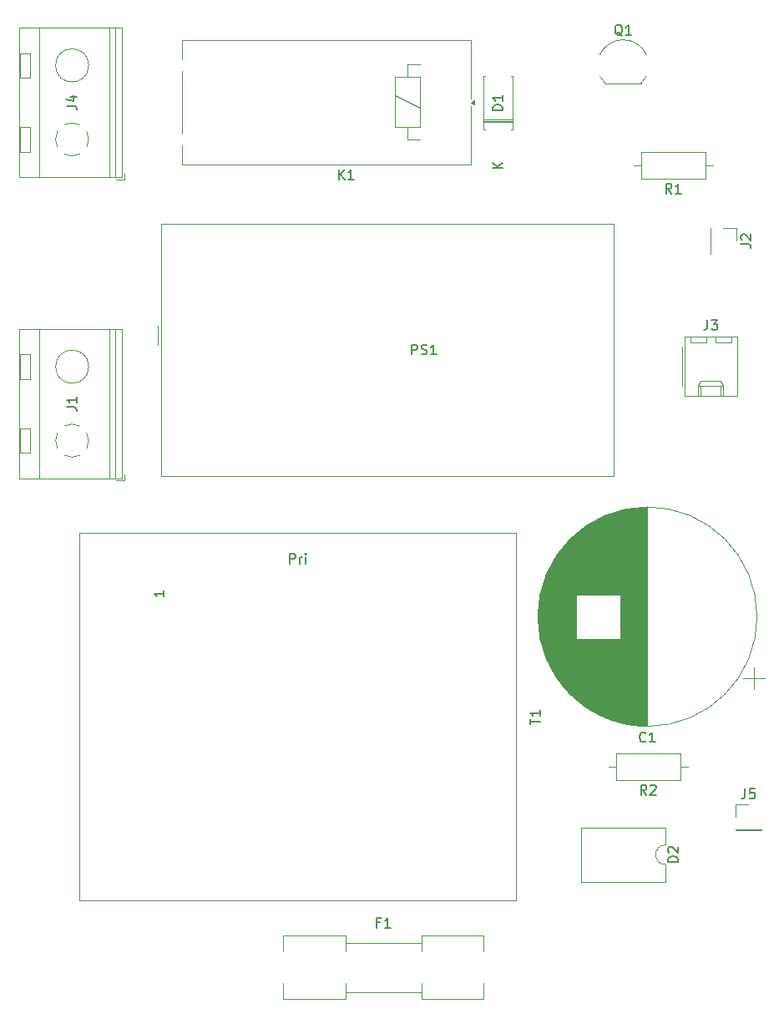
<source format=gbr>
%TF.GenerationSoftware,KiCad,Pcbnew,8.0.6*%
%TF.CreationDate,2025-01-21T14:29:15+01:00*%
%TF.ProjectId,Stromversorgung,5374726f-6d76-4657-9273-6f7267756e67,rev?*%
%TF.SameCoordinates,Original*%
%TF.FileFunction,Legend,Top*%
%TF.FilePolarity,Positive*%
%FSLAX46Y46*%
G04 Gerber Fmt 4.6, Leading zero omitted, Abs format (unit mm)*
G04 Created by KiCad (PCBNEW 8.0.6) date 2025-01-21 14:29:15*
%MOMM*%
%LPD*%
G01*
G04 APERTURE LIST*
%ADD10C,0.150000*%
%ADD11C,0.120000*%
G04 APERTURE END LIST*
D10*
X120104819Y-109981904D02*
X120104819Y-109410476D01*
X121104819Y-109696190D02*
X120104819Y-109696190D01*
X121104819Y-108553333D02*
X121104819Y-109124761D01*
X121104819Y-108839047D02*
X120104819Y-108839047D01*
X120104819Y-108839047D02*
X120247676Y-108934285D01*
X120247676Y-108934285D02*
X120342914Y-109029523D01*
X120342914Y-109029523D02*
X120390533Y-109124761D01*
X95710476Y-93674819D02*
X95710476Y-92674819D01*
X95710476Y-92674819D02*
X96091428Y-92674819D01*
X96091428Y-92674819D02*
X96186666Y-92722438D01*
X96186666Y-92722438D02*
X96234285Y-92770057D01*
X96234285Y-92770057D02*
X96281904Y-92865295D01*
X96281904Y-92865295D02*
X96281904Y-93008152D01*
X96281904Y-93008152D02*
X96234285Y-93103390D01*
X96234285Y-93103390D02*
X96186666Y-93151009D01*
X96186666Y-93151009D02*
X96091428Y-93198628D01*
X96091428Y-93198628D02*
X95710476Y-93198628D01*
X96710476Y-93674819D02*
X96710476Y-93008152D01*
X96710476Y-93198628D02*
X96758095Y-93103390D01*
X96758095Y-93103390D02*
X96805714Y-93055771D01*
X96805714Y-93055771D02*
X96900952Y-93008152D01*
X96900952Y-93008152D02*
X96996190Y-93008152D01*
X97329524Y-93674819D02*
X97329524Y-93008152D01*
X97329524Y-92674819D02*
X97281905Y-92722438D01*
X97281905Y-92722438D02*
X97329524Y-92770057D01*
X97329524Y-92770057D02*
X97377143Y-92722438D01*
X97377143Y-92722438D02*
X97329524Y-92674819D01*
X97329524Y-92674819D02*
X97329524Y-92770057D01*
X82974819Y-96434285D02*
X82974819Y-97005713D01*
X82974819Y-96719999D02*
X81974819Y-96719999D01*
X81974819Y-96719999D02*
X82117676Y-96815237D01*
X82117676Y-96815237D02*
X82212914Y-96910475D01*
X82212914Y-96910475D02*
X82260533Y-97005713D01*
X104906666Y-130051009D02*
X104573333Y-130051009D01*
X104573333Y-130574819D02*
X104573333Y-129574819D01*
X104573333Y-129574819D02*
X105049523Y-129574819D01*
X105954285Y-130574819D02*
X105382857Y-130574819D01*
X105668571Y-130574819D02*
X105668571Y-129574819D01*
X105668571Y-129574819D02*
X105573333Y-129717676D01*
X105573333Y-129717676D02*
X105478095Y-129812914D01*
X105478095Y-129812914D02*
X105382857Y-129860533D01*
X138096666Y-68994819D02*
X138096666Y-69709104D01*
X138096666Y-69709104D02*
X138049047Y-69851961D01*
X138049047Y-69851961D02*
X137953809Y-69947200D01*
X137953809Y-69947200D02*
X137810952Y-69994819D01*
X137810952Y-69994819D02*
X137715714Y-69994819D01*
X138477619Y-68994819D02*
X139096666Y-68994819D01*
X139096666Y-68994819D02*
X138763333Y-69375771D01*
X138763333Y-69375771D02*
X138906190Y-69375771D01*
X138906190Y-69375771D02*
X139001428Y-69423390D01*
X139001428Y-69423390D02*
X139049047Y-69471009D01*
X139049047Y-69471009D02*
X139096666Y-69566247D01*
X139096666Y-69566247D02*
X139096666Y-69804342D01*
X139096666Y-69804342D02*
X139049047Y-69899580D01*
X139049047Y-69899580D02*
X139001428Y-69947200D01*
X139001428Y-69947200D02*
X138906190Y-69994819D01*
X138906190Y-69994819D02*
X138620476Y-69994819D01*
X138620476Y-69994819D02*
X138525238Y-69947200D01*
X138525238Y-69947200D02*
X138477619Y-69899580D01*
X141484819Y-61293333D02*
X142199104Y-61293333D01*
X142199104Y-61293333D02*
X142341961Y-61340952D01*
X142341961Y-61340952D02*
X142437200Y-61436190D01*
X142437200Y-61436190D02*
X142484819Y-61579047D01*
X142484819Y-61579047D02*
X142484819Y-61674285D01*
X141580057Y-60864761D02*
X141532438Y-60817142D01*
X141532438Y-60817142D02*
X141484819Y-60721904D01*
X141484819Y-60721904D02*
X141484819Y-60483809D01*
X141484819Y-60483809D02*
X141532438Y-60388571D01*
X141532438Y-60388571D02*
X141580057Y-60340952D01*
X141580057Y-60340952D02*
X141675295Y-60293333D01*
X141675295Y-60293333D02*
X141770533Y-60293333D01*
X141770533Y-60293333D02*
X141913390Y-60340952D01*
X141913390Y-60340952D02*
X142484819Y-60912380D01*
X142484819Y-60912380D02*
X142484819Y-60293333D01*
X131913333Y-117124819D02*
X131580000Y-116648628D01*
X131341905Y-117124819D02*
X131341905Y-116124819D01*
X131341905Y-116124819D02*
X131722857Y-116124819D01*
X131722857Y-116124819D02*
X131818095Y-116172438D01*
X131818095Y-116172438D02*
X131865714Y-116220057D01*
X131865714Y-116220057D02*
X131913333Y-116315295D01*
X131913333Y-116315295D02*
X131913333Y-116458152D01*
X131913333Y-116458152D02*
X131865714Y-116553390D01*
X131865714Y-116553390D02*
X131818095Y-116601009D01*
X131818095Y-116601009D02*
X131722857Y-116648628D01*
X131722857Y-116648628D02*
X131341905Y-116648628D01*
X132294286Y-116220057D02*
X132341905Y-116172438D01*
X132341905Y-116172438D02*
X132437143Y-116124819D01*
X132437143Y-116124819D02*
X132675238Y-116124819D01*
X132675238Y-116124819D02*
X132770476Y-116172438D01*
X132770476Y-116172438D02*
X132818095Y-116220057D01*
X132818095Y-116220057D02*
X132865714Y-116315295D01*
X132865714Y-116315295D02*
X132865714Y-116410533D01*
X132865714Y-116410533D02*
X132818095Y-116553390D01*
X132818095Y-116553390D02*
X132246667Y-117124819D01*
X132246667Y-117124819D02*
X132865714Y-117124819D01*
X135094819Y-123918094D02*
X134094819Y-123918094D01*
X134094819Y-123918094D02*
X134094819Y-123679999D01*
X134094819Y-123679999D02*
X134142438Y-123537142D01*
X134142438Y-123537142D02*
X134237676Y-123441904D01*
X134237676Y-123441904D02*
X134332914Y-123394285D01*
X134332914Y-123394285D02*
X134523390Y-123346666D01*
X134523390Y-123346666D02*
X134666247Y-123346666D01*
X134666247Y-123346666D02*
X134856723Y-123394285D01*
X134856723Y-123394285D02*
X134951961Y-123441904D01*
X134951961Y-123441904D02*
X135047200Y-123537142D01*
X135047200Y-123537142D02*
X135094819Y-123679999D01*
X135094819Y-123679999D02*
X135094819Y-123918094D01*
X134190057Y-122965713D02*
X134142438Y-122918094D01*
X134142438Y-122918094D02*
X134094819Y-122822856D01*
X134094819Y-122822856D02*
X134094819Y-122584761D01*
X134094819Y-122584761D02*
X134142438Y-122489523D01*
X134142438Y-122489523D02*
X134190057Y-122441904D01*
X134190057Y-122441904D02*
X134285295Y-122394285D01*
X134285295Y-122394285D02*
X134380533Y-122394285D01*
X134380533Y-122394285D02*
X134523390Y-122441904D01*
X134523390Y-122441904D02*
X135094819Y-123013332D01*
X135094819Y-123013332D02*
X135094819Y-122394285D01*
X129444761Y-40170057D02*
X129349523Y-40122438D01*
X129349523Y-40122438D02*
X129254285Y-40027200D01*
X129254285Y-40027200D02*
X129111428Y-39884342D01*
X129111428Y-39884342D02*
X129016190Y-39836723D01*
X129016190Y-39836723D02*
X128920952Y-39836723D01*
X128968571Y-40074819D02*
X128873333Y-40027200D01*
X128873333Y-40027200D02*
X128778095Y-39931961D01*
X128778095Y-39931961D02*
X128730476Y-39741485D01*
X128730476Y-39741485D02*
X128730476Y-39408152D01*
X128730476Y-39408152D02*
X128778095Y-39217676D01*
X128778095Y-39217676D02*
X128873333Y-39122438D01*
X128873333Y-39122438D02*
X128968571Y-39074819D01*
X128968571Y-39074819D02*
X129159047Y-39074819D01*
X129159047Y-39074819D02*
X129254285Y-39122438D01*
X129254285Y-39122438D02*
X129349523Y-39217676D01*
X129349523Y-39217676D02*
X129397142Y-39408152D01*
X129397142Y-39408152D02*
X129397142Y-39741485D01*
X129397142Y-39741485D02*
X129349523Y-39931961D01*
X129349523Y-39931961D02*
X129254285Y-40027200D01*
X129254285Y-40027200D02*
X129159047Y-40074819D01*
X129159047Y-40074819D02*
X128968571Y-40074819D01*
X130349523Y-40074819D02*
X129778095Y-40074819D01*
X130063809Y-40074819D02*
X130063809Y-39074819D01*
X130063809Y-39074819D02*
X129968571Y-39217676D01*
X129968571Y-39217676D02*
X129873333Y-39312914D01*
X129873333Y-39312914D02*
X129778095Y-39360533D01*
X73114819Y-47263333D02*
X73829104Y-47263333D01*
X73829104Y-47263333D02*
X73971961Y-47310952D01*
X73971961Y-47310952D02*
X74067200Y-47406190D01*
X74067200Y-47406190D02*
X74114819Y-47549047D01*
X74114819Y-47549047D02*
X74114819Y-47644285D01*
X73448152Y-46358571D02*
X74114819Y-46358571D01*
X73067200Y-46596666D02*
X73781485Y-46834761D01*
X73781485Y-46834761D02*
X73781485Y-46215714D01*
X141906666Y-116504819D02*
X141906666Y-117219104D01*
X141906666Y-117219104D02*
X141859047Y-117361961D01*
X141859047Y-117361961D02*
X141763809Y-117457200D01*
X141763809Y-117457200D02*
X141620952Y-117504819D01*
X141620952Y-117504819D02*
X141525714Y-117504819D01*
X142859047Y-116504819D02*
X142382857Y-116504819D01*
X142382857Y-116504819D02*
X142335238Y-116981009D01*
X142335238Y-116981009D02*
X142382857Y-116933390D01*
X142382857Y-116933390D02*
X142478095Y-116885771D01*
X142478095Y-116885771D02*
X142716190Y-116885771D01*
X142716190Y-116885771D02*
X142811428Y-116933390D01*
X142811428Y-116933390D02*
X142859047Y-116981009D01*
X142859047Y-116981009D02*
X142906666Y-117076247D01*
X142906666Y-117076247D02*
X142906666Y-117314342D01*
X142906666Y-117314342D02*
X142859047Y-117409580D01*
X142859047Y-117409580D02*
X142811428Y-117457200D01*
X142811428Y-117457200D02*
X142716190Y-117504819D01*
X142716190Y-117504819D02*
X142478095Y-117504819D01*
X142478095Y-117504819D02*
X142382857Y-117457200D01*
X142382857Y-117457200D02*
X142335238Y-117409580D01*
X73114819Y-77803333D02*
X73829104Y-77803333D01*
X73829104Y-77803333D02*
X73971961Y-77850952D01*
X73971961Y-77850952D02*
X74067200Y-77946190D01*
X74067200Y-77946190D02*
X74114819Y-78089047D01*
X74114819Y-78089047D02*
X74114819Y-78184285D01*
X74114819Y-76803333D02*
X74114819Y-77374761D01*
X74114819Y-77089047D02*
X73114819Y-77089047D01*
X73114819Y-77089047D02*
X73257676Y-77184285D01*
X73257676Y-77184285D02*
X73352914Y-77279523D01*
X73352914Y-77279523D02*
X73400533Y-77374761D01*
X134453333Y-56164819D02*
X134120000Y-55688628D01*
X133881905Y-56164819D02*
X133881905Y-55164819D01*
X133881905Y-55164819D02*
X134262857Y-55164819D01*
X134262857Y-55164819D02*
X134358095Y-55212438D01*
X134358095Y-55212438D02*
X134405714Y-55260057D01*
X134405714Y-55260057D02*
X134453333Y-55355295D01*
X134453333Y-55355295D02*
X134453333Y-55498152D01*
X134453333Y-55498152D02*
X134405714Y-55593390D01*
X134405714Y-55593390D02*
X134358095Y-55641009D01*
X134358095Y-55641009D02*
X134262857Y-55688628D01*
X134262857Y-55688628D02*
X133881905Y-55688628D01*
X135405714Y-56164819D02*
X134834286Y-56164819D01*
X135120000Y-56164819D02*
X135120000Y-55164819D01*
X135120000Y-55164819D02*
X135024762Y-55307676D01*
X135024762Y-55307676D02*
X134929524Y-55402914D01*
X134929524Y-55402914D02*
X134834286Y-55450533D01*
X100701905Y-54734819D02*
X100701905Y-53734819D01*
X101273333Y-54734819D02*
X100844762Y-54163390D01*
X101273333Y-53734819D02*
X100701905Y-54306247D01*
X102225714Y-54734819D02*
X101654286Y-54734819D01*
X101940000Y-54734819D02*
X101940000Y-53734819D01*
X101940000Y-53734819D02*
X101844762Y-53877676D01*
X101844762Y-53877676D02*
X101749524Y-53972914D01*
X101749524Y-53972914D02*
X101654286Y-54020533D01*
X108113214Y-72484819D02*
X108113214Y-71484819D01*
X108113214Y-71484819D02*
X108494166Y-71484819D01*
X108494166Y-71484819D02*
X108589404Y-71532438D01*
X108589404Y-71532438D02*
X108637023Y-71580057D01*
X108637023Y-71580057D02*
X108684642Y-71675295D01*
X108684642Y-71675295D02*
X108684642Y-71818152D01*
X108684642Y-71818152D02*
X108637023Y-71913390D01*
X108637023Y-71913390D02*
X108589404Y-71961009D01*
X108589404Y-71961009D02*
X108494166Y-72008628D01*
X108494166Y-72008628D02*
X108113214Y-72008628D01*
X109065595Y-72437200D02*
X109208452Y-72484819D01*
X109208452Y-72484819D02*
X109446547Y-72484819D01*
X109446547Y-72484819D02*
X109541785Y-72437200D01*
X109541785Y-72437200D02*
X109589404Y-72389580D01*
X109589404Y-72389580D02*
X109637023Y-72294342D01*
X109637023Y-72294342D02*
X109637023Y-72199104D01*
X109637023Y-72199104D02*
X109589404Y-72103866D01*
X109589404Y-72103866D02*
X109541785Y-72056247D01*
X109541785Y-72056247D02*
X109446547Y-72008628D01*
X109446547Y-72008628D02*
X109256071Y-71961009D01*
X109256071Y-71961009D02*
X109160833Y-71913390D01*
X109160833Y-71913390D02*
X109113214Y-71865771D01*
X109113214Y-71865771D02*
X109065595Y-71770533D01*
X109065595Y-71770533D02*
X109065595Y-71675295D01*
X109065595Y-71675295D02*
X109113214Y-71580057D01*
X109113214Y-71580057D02*
X109160833Y-71532438D01*
X109160833Y-71532438D02*
X109256071Y-71484819D01*
X109256071Y-71484819D02*
X109494166Y-71484819D01*
X109494166Y-71484819D02*
X109637023Y-71532438D01*
X110589404Y-72484819D02*
X110017976Y-72484819D01*
X110303690Y-72484819D02*
X110303690Y-71484819D01*
X110303690Y-71484819D02*
X110208452Y-71627676D01*
X110208452Y-71627676D02*
X110113214Y-71722914D01*
X110113214Y-71722914D02*
X110017976Y-71770533D01*
X131833333Y-111669580D02*
X131785714Y-111717200D01*
X131785714Y-111717200D02*
X131642857Y-111764819D01*
X131642857Y-111764819D02*
X131547619Y-111764819D01*
X131547619Y-111764819D02*
X131404762Y-111717200D01*
X131404762Y-111717200D02*
X131309524Y-111621961D01*
X131309524Y-111621961D02*
X131261905Y-111526723D01*
X131261905Y-111526723D02*
X131214286Y-111336247D01*
X131214286Y-111336247D02*
X131214286Y-111193390D01*
X131214286Y-111193390D02*
X131261905Y-111002914D01*
X131261905Y-111002914D02*
X131309524Y-110907676D01*
X131309524Y-110907676D02*
X131404762Y-110812438D01*
X131404762Y-110812438D02*
X131547619Y-110764819D01*
X131547619Y-110764819D02*
X131642857Y-110764819D01*
X131642857Y-110764819D02*
X131785714Y-110812438D01*
X131785714Y-110812438D02*
X131833333Y-110860057D01*
X132785714Y-111764819D02*
X132214286Y-111764819D01*
X132500000Y-111764819D02*
X132500000Y-110764819D01*
X132500000Y-110764819D02*
X132404762Y-110907676D01*
X132404762Y-110907676D02*
X132309524Y-111002914D01*
X132309524Y-111002914D02*
X132214286Y-111050533D01*
X117294819Y-47728094D02*
X116294819Y-47728094D01*
X116294819Y-47728094D02*
X116294819Y-47489999D01*
X116294819Y-47489999D02*
X116342438Y-47347142D01*
X116342438Y-47347142D02*
X116437676Y-47251904D01*
X116437676Y-47251904D02*
X116532914Y-47204285D01*
X116532914Y-47204285D02*
X116723390Y-47156666D01*
X116723390Y-47156666D02*
X116866247Y-47156666D01*
X116866247Y-47156666D02*
X117056723Y-47204285D01*
X117056723Y-47204285D02*
X117151961Y-47251904D01*
X117151961Y-47251904D02*
X117247200Y-47347142D01*
X117247200Y-47347142D02*
X117294819Y-47489999D01*
X117294819Y-47489999D02*
X117294819Y-47728094D01*
X117294819Y-46204285D02*
X117294819Y-46775713D01*
X117294819Y-46489999D02*
X116294819Y-46489999D01*
X116294819Y-46489999D02*
X116437676Y-46585237D01*
X116437676Y-46585237D02*
X116532914Y-46680475D01*
X116532914Y-46680475D02*
X116580533Y-46775713D01*
X117294819Y-53601904D02*
X116294819Y-53601904D01*
X117294819Y-53030476D02*
X116723390Y-53459047D01*
X116294819Y-53030476D02*
X116866247Y-53601904D01*
D11*
%TO.C,T1*%
X74400000Y-127840000D02*
X74400000Y-90600000D01*
X74400000Y-127840000D02*
X118640000Y-127840000D01*
X118640000Y-90600000D02*
X74400000Y-90600000D01*
X118640000Y-90600000D02*
X118640000Y-127840000D01*
%TO.C,F1*%
X95070000Y-131420000D02*
X95070000Y-133020000D01*
X95070000Y-137820000D02*
X95070000Y-136220000D01*
X101370000Y-131420000D02*
X95070000Y-131420000D01*
X101370000Y-131420000D02*
X101370000Y-133020000D01*
X101370000Y-137820000D02*
X95070000Y-137820000D01*
X101370000Y-137820000D02*
X101370000Y-136220000D01*
X109110000Y-131420000D02*
X109110000Y-133020000D01*
X109110000Y-132120000D02*
X101370000Y-132120000D01*
X109110000Y-137120000D02*
X101370000Y-137120000D01*
X109110000Y-137820000D02*
X109110000Y-136220000D01*
X109110000Y-137820000D02*
X115410000Y-137820000D01*
X115410000Y-131420000D02*
X109110000Y-131420000D01*
X115410000Y-133020000D02*
X115410000Y-131420000D01*
X115410000Y-136220000D02*
X115410000Y-137820000D01*
%TO.C,J3*%
X135490000Y-71660000D02*
X135490000Y-75660000D01*
X135780000Y-70630000D02*
X135780000Y-76650000D01*
X135780000Y-76650000D02*
X141080000Y-76650000D01*
X136360000Y-70630000D02*
X136360000Y-71230000D01*
X136360000Y-71230000D02*
X137960000Y-71230000D01*
X137160000Y-75650000D02*
X137410000Y-75120000D01*
X137160000Y-75650000D02*
X139700000Y-75650000D01*
X137160000Y-76650000D02*
X137160000Y-75650000D01*
X137410000Y-75120000D02*
X139450000Y-75120000D01*
X137410000Y-76650000D02*
X137410000Y-75650000D01*
X137960000Y-71230000D02*
X137960000Y-70630000D01*
X138900000Y-70630000D02*
X138900000Y-71230000D01*
X138900000Y-71230000D02*
X140500000Y-71230000D01*
X139450000Y-75120000D02*
X139700000Y-75650000D01*
X139450000Y-76650000D02*
X139450000Y-75650000D01*
X139700000Y-75650000D02*
X139700000Y-76650000D01*
X140500000Y-71230000D02*
X140500000Y-70630000D01*
X141080000Y-70630000D02*
X135780000Y-70630000D01*
X141080000Y-76650000D02*
X141080000Y-70630000D01*
%TO.C,J2*%
X138370000Y-59630000D02*
X138370000Y-62290000D01*
X138430000Y-59630000D02*
X138370000Y-59630000D01*
X138430000Y-59630000D02*
X138430000Y-62290000D01*
X138430000Y-62290000D02*
X138370000Y-62290000D01*
X139700000Y-59630000D02*
X141030000Y-59630000D01*
X141030000Y-59630000D02*
X141030000Y-60960000D01*
%TO.C,R2*%
X128040000Y-114300000D02*
X128810000Y-114300000D01*
X128810000Y-112930000D02*
X128810000Y-115670000D01*
X128810000Y-115670000D02*
X135350000Y-115670000D01*
X135350000Y-112930000D02*
X128810000Y-112930000D01*
X135350000Y-115670000D02*
X135350000Y-112930000D01*
X136120000Y-114300000D02*
X135350000Y-114300000D01*
%TO.C,D2*%
X125240000Y-120420000D02*
X125240000Y-125960000D01*
X125240000Y-125960000D02*
X133840000Y-125960000D01*
X133840000Y-120420000D02*
X125240000Y-120420000D01*
X133840000Y-122190000D02*
X133840000Y-120420000D01*
X133840000Y-125960000D02*
X133840000Y-124190000D01*
X133840000Y-124190000D02*
G75*
G02*
X133840000Y-122190000I0J1000000D01*
G01*
%TO.C,Q1*%
X127740000Y-45030000D02*
X131340000Y-45030000D01*
X127183600Y-42081193D02*
G75*
G02*
X129540000Y-40580000I2356400J-1098807D01*
G01*
X127740000Y-45030000D02*
G75*
G02*
X127215816Y-44302795I1800000J1850000D01*
G01*
X129540000Y-40580000D02*
G75*
G02*
X131896400Y-42081193I0J-2600000D01*
G01*
X131864184Y-44302795D02*
G75*
G02*
X131340000Y-45030000I-2324184J1122795D01*
G01*
%TO.C,J4*%
X68300000Y-39370000D02*
X78720000Y-39370000D01*
X68300000Y-54490000D02*
X68300000Y-39370000D01*
X68300000Y-54490000D02*
X78720000Y-54490000D01*
X68359000Y-41930000D02*
X69359000Y-41930000D01*
X68359000Y-44430000D02*
X68359000Y-41930000D01*
X68359000Y-44430000D02*
X69359000Y-44430000D01*
X68359000Y-49430000D02*
X69359000Y-49430000D01*
X68359000Y-51930000D02*
X68359000Y-49430000D01*
X68359000Y-51930000D02*
X69359000Y-51930000D01*
X69359000Y-44430000D02*
X69359000Y-41930000D01*
X69359000Y-51930000D02*
X69359000Y-49430000D01*
X70359000Y-54490000D02*
X70359000Y-39370000D01*
X77460000Y-54490000D02*
X77460000Y-39370000D01*
X78060000Y-54490000D02*
X78060000Y-39370000D01*
X78120000Y-54730000D02*
X78960000Y-54730000D01*
X78720000Y-54490000D02*
X78720000Y-39370000D01*
X78960000Y-54730000D02*
X78960000Y-54130000D01*
X72176047Y-51469089D02*
G75*
G02*
X72176000Y-49891000I1483948J789089D01*
G01*
X72870911Y-49196047D02*
G75*
G02*
X74449000Y-49196000I789089J-1483953D01*
G01*
X74449089Y-52163953D02*
G75*
G02*
X72871000Y-52164000I-789089J1483948D01*
G01*
X75143352Y-49891288D02*
G75*
G02*
X75340000Y-50680000I-1483352J-788712D01*
G01*
X75340450Y-50650617D02*
G75*
G02*
X75144000Y-51469000I-1680445J-29385D01*
G01*
X75340000Y-43180000D02*
G75*
G02*
X71980000Y-43180000I-1680000J0D01*
G01*
X71980000Y-43180000D02*
G75*
G02*
X75340000Y-43180000I1680000J0D01*
G01*
%TO.C,J5*%
X140910000Y-118050000D02*
X142240000Y-118050000D01*
X140910000Y-119380000D02*
X140910000Y-118050000D01*
X140910000Y-120650000D02*
X140910000Y-120710000D01*
X140910000Y-120650000D02*
X143570000Y-120650000D01*
X140910000Y-120710000D02*
X143570000Y-120710000D01*
X143570000Y-120650000D02*
X143570000Y-120710000D01*
%TO.C,J1*%
X68300000Y-69910000D02*
X78720000Y-69910000D01*
X68300000Y-85030000D02*
X68300000Y-69910000D01*
X68300000Y-85030000D02*
X78720000Y-85030000D01*
X68359000Y-72470000D02*
X69359000Y-72470000D01*
X68359000Y-74970000D02*
X68359000Y-72470000D01*
X68359000Y-74970000D02*
X69359000Y-74970000D01*
X68359000Y-79970000D02*
X69359000Y-79970000D01*
X68359000Y-82470000D02*
X68359000Y-79970000D01*
X68359000Y-82470000D02*
X69359000Y-82470000D01*
X69359000Y-74970000D02*
X69359000Y-72470000D01*
X69359000Y-82470000D02*
X69359000Y-79970000D01*
X70359000Y-85030000D02*
X70359000Y-69910000D01*
X77460000Y-85030000D02*
X77460000Y-69910000D01*
X78060000Y-85030000D02*
X78060000Y-69910000D01*
X78120000Y-85270000D02*
X78960000Y-85270000D01*
X78720000Y-85030000D02*
X78720000Y-69910000D01*
X78960000Y-85270000D02*
X78960000Y-84670000D01*
X72176047Y-82009089D02*
G75*
G02*
X72176000Y-80431000I1483948J789089D01*
G01*
X72870911Y-79736047D02*
G75*
G02*
X74449000Y-79736000I789089J-1483953D01*
G01*
X74449089Y-82703953D02*
G75*
G02*
X72871000Y-82704000I-789089J1483948D01*
G01*
X75143352Y-80431288D02*
G75*
G02*
X75340000Y-81220000I-1483352J-788712D01*
G01*
X75340450Y-81190617D02*
G75*
G02*
X75144000Y-82009000I-1680445J-29385D01*
G01*
X75340000Y-73720000D02*
G75*
G02*
X71980000Y-73720000I-1680000J0D01*
G01*
X71980000Y-73720000D02*
G75*
G02*
X75340000Y-73720000I1680000J0D01*
G01*
%TO.C,R1*%
X130580000Y-53340000D02*
X131350000Y-53340000D01*
X131350000Y-51970000D02*
X131350000Y-54710000D01*
X131350000Y-54710000D02*
X137890000Y-54710000D01*
X137890000Y-51970000D02*
X131350000Y-51970000D01*
X137890000Y-54710000D02*
X137890000Y-51970000D01*
X138660000Y-53340000D02*
X137890000Y-53340000D01*
%TO.C,K1*%
X84820000Y-40610000D02*
X84820000Y-42580000D01*
X84820000Y-40610000D02*
X114060000Y-40610000D01*
X84820000Y-50080000D02*
X84820000Y-43780000D01*
X84820000Y-51280000D02*
X84820000Y-53250000D01*
X106360000Y-44330000D02*
X108900000Y-44330000D01*
X106360000Y-49410000D02*
X106360000Y-44330000D01*
X107630000Y-43060000D02*
X108900000Y-43060000D01*
X107630000Y-44330000D02*
X107630000Y-43060000D01*
X107630000Y-49410000D02*
X106360000Y-49410000D01*
X107630000Y-50680000D02*
X107630000Y-49410000D01*
X108900000Y-44330000D02*
X108900000Y-49410000D01*
X108900000Y-47505000D02*
X106360000Y-46235000D01*
X108900000Y-49410000D02*
X107630000Y-49410000D01*
X108900000Y-50680000D02*
X107630000Y-50680000D01*
X114060000Y-46530000D02*
X114060000Y-40610000D01*
X114060000Y-47330000D02*
X114060000Y-53250000D01*
X114060000Y-53250000D02*
X84820000Y-53250000D01*
X114399411Y-47130000D02*
X114060000Y-46930000D01*
X114399411Y-46730000D01*
X114399411Y-47130000D01*
G36*
X114399411Y-47130000D02*
G01*
X114060000Y-46930000D01*
X114399411Y-46730000D01*
X114399411Y-47130000D01*
G37*
%TO.C,PS1*%
X82360000Y-69530000D02*
X82360000Y-71530000D01*
X82660000Y-59230000D02*
X82660000Y-84830000D01*
X82660000Y-59230000D02*
X128560000Y-59230000D01*
X82660000Y-84830000D02*
X128560000Y-84830000D01*
X128560000Y-59230000D02*
X128560000Y-84830000D01*
%TO.C,C1*%
X120880000Y-99100000D02*
X120880000Y-99020000D01*
X120920000Y-99963000D02*
X120920000Y-98157000D01*
X120960000Y-100352000D02*
X120960000Y-97768000D01*
X121000000Y-100650000D02*
X121000000Y-97470000D01*
X121040000Y-100900000D02*
X121040000Y-97220000D01*
X121080000Y-101120000D02*
X121080000Y-97000000D01*
X121120000Y-101318000D02*
X121120000Y-96802000D01*
X121160000Y-101500000D02*
X121160000Y-96620000D01*
X121200000Y-101669000D02*
X121200000Y-96451000D01*
X121240000Y-101827000D02*
X121240000Y-96293000D01*
X121280000Y-101976000D02*
X121280000Y-96144000D01*
X121320000Y-102118000D02*
X121320000Y-96002000D01*
X121360000Y-102252000D02*
X121360000Y-95868000D01*
X121400000Y-102381000D02*
X121400000Y-95739000D01*
X121440000Y-102505000D02*
X121440000Y-95615000D01*
X121480000Y-102624000D02*
X121480000Y-95496000D01*
X121520000Y-102739000D02*
X121520000Y-95381000D01*
X121560000Y-102849000D02*
X121560000Y-95271000D01*
X121600000Y-102957000D02*
X121600000Y-95163000D01*
X121640000Y-103061000D02*
X121640000Y-95059000D01*
X121680000Y-103162000D02*
X121680000Y-94958000D01*
X121720000Y-103260000D02*
X121720000Y-94860000D01*
X121760000Y-103356000D02*
X121760000Y-94764000D01*
X121800000Y-103449000D02*
X121800000Y-94671000D01*
X121840000Y-103540000D02*
X121840000Y-94580000D01*
X121880000Y-103629000D02*
X121880000Y-94491000D01*
X121920000Y-103716000D02*
X121920000Y-94404000D01*
X121960000Y-103801000D02*
X121960000Y-94319000D01*
X122000000Y-103884000D02*
X122000000Y-94236000D01*
X122040000Y-103965000D02*
X122040000Y-94155000D01*
X122080000Y-104045000D02*
X122080000Y-94075000D01*
X122120000Y-104123000D02*
X122120000Y-93997000D01*
X122160000Y-104200000D02*
X122160000Y-93920000D01*
X122200000Y-104275000D02*
X122200000Y-93845000D01*
X122240000Y-104349000D02*
X122240000Y-93771000D01*
X122280000Y-104422000D02*
X122280000Y-93698000D01*
X122320000Y-104493000D02*
X122320000Y-93627000D01*
X122360000Y-104563000D02*
X122360000Y-93557000D01*
X122400000Y-104632000D02*
X122400000Y-93488000D01*
X122440000Y-104700000D02*
X122440000Y-93420000D01*
X122480000Y-104767000D02*
X122480000Y-93353000D01*
X122520000Y-104833000D02*
X122520000Y-93287000D01*
X122560000Y-104898000D02*
X122560000Y-93222000D01*
X122600000Y-104961000D02*
X122600000Y-93159000D01*
X122640000Y-105024000D02*
X122640000Y-93096000D01*
X122680000Y-105086000D02*
X122680000Y-93034000D01*
X122720000Y-105147000D02*
X122720000Y-92973000D01*
X122760000Y-105207000D02*
X122760000Y-92913000D01*
X122800000Y-105267000D02*
X122800000Y-92853000D01*
X122840000Y-105325000D02*
X122840000Y-92795000D01*
X122880000Y-105383000D02*
X122880000Y-92737000D01*
X122920000Y-105440000D02*
X122920000Y-92680000D01*
X122960000Y-105496000D02*
X122960000Y-92624000D01*
X123000000Y-105552000D02*
X123000000Y-92568000D01*
X123040000Y-105606000D02*
X123040000Y-92514000D01*
X123080000Y-105660000D02*
X123080000Y-92460000D01*
X123120000Y-105714000D02*
X123120000Y-92406000D01*
X123160000Y-105767000D02*
X123160000Y-92353000D01*
X123200000Y-105819000D02*
X123200000Y-92301000D01*
X123240000Y-105870000D02*
X123240000Y-92250000D01*
X123280000Y-105921000D02*
X123280000Y-92199000D01*
X123320000Y-105971000D02*
X123320000Y-92149000D01*
X123360000Y-106021000D02*
X123360000Y-92099000D01*
X123400000Y-106070000D02*
X123400000Y-92050000D01*
X123440000Y-106118000D02*
X123440000Y-92002000D01*
X123480000Y-106166000D02*
X123480000Y-91954000D01*
X123520000Y-106214000D02*
X123520000Y-91906000D01*
X123560000Y-106261000D02*
X123560000Y-91859000D01*
X123600000Y-106307000D02*
X123600000Y-91813000D01*
X123640000Y-106353000D02*
X123640000Y-91767000D01*
X123680000Y-106398000D02*
X123680000Y-91722000D01*
X123720000Y-106443000D02*
X123720000Y-91677000D01*
X123760000Y-106488000D02*
X123760000Y-91632000D01*
X123800000Y-106531000D02*
X123800000Y-91589000D01*
X123839000Y-106575000D02*
X123839000Y-91545000D01*
X123879000Y-106618000D02*
X123879000Y-91502000D01*
X123919000Y-106660000D02*
X123919000Y-91460000D01*
X123959000Y-106702000D02*
X123959000Y-91418000D01*
X123999000Y-106744000D02*
X123999000Y-91376000D01*
X124039000Y-106785000D02*
X124039000Y-91335000D01*
X124079000Y-106826000D02*
X124079000Y-91294000D01*
X124119000Y-106867000D02*
X124119000Y-91253000D01*
X124159000Y-106906000D02*
X124159000Y-91214000D01*
X124199000Y-106946000D02*
X124199000Y-91174000D01*
X124239000Y-106985000D02*
X124239000Y-91135000D01*
X124279000Y-107024000D02*
X124279000Y-91096000D01*
X124319000Y-107062000D02*
X124319000Y-91058000D01*
X124359000Y-107100000D02*
X124359000Y-91020000D01*
X124399000Y-107138000D02*
X124399000Y-90982000D01*
X124439000Y-107175000D02*
X124439000Y-90945000D01*
X124479000Y-107212000D02*
X124479000Y-90908000D01*
X124519000Y-107249000D02*
X124519000Y-90871000D01*
X124559000Y-107285000D02*
X124559000Y-90835000D01*
X124599000Y-107321000D02*
X124599000Y-90799000D01*
X124639000Y-107356000D02*
X124639000Y-90764000D01*
X124679000Y-107391000D02*
X124679000Y-90729000D01*
X124719000Y-107426000D02*
X124719000Y-90694000D01*
X124759000Y-107461000D02*
X124759000Y-90659000D01*
X124799000Y-96820000D02*
X124799000Y-90625000D01*
X124799000Y-107495000D02*
X124799000Y-101300000D01*
X124839000Y-96820000D02*
X124839000Y-90591000D01*
X124839000Y-107529000D02*
X124839000Y-101300000D01*
X124879000Y-96820000D02*
X124879000Y-90558000D01*
X124879000Y-107562000D02*
X124879000Y-101300000D01*
X124919000Y-96820000D02*
X124919000Y-90525000D01*
X124919000Y-107595000D02*
X124919000Y-101300000D01*
X124959000Y-96820000D02*
X124959000Y-90492000D01*
X124959000Y-107628000D02*
X124959000Y-101300000D01*
X124999000Y-96820000D02*
X124999000Y-90459000D01*
X124999000Y-107661000D02*
X124999000Y-101300000D01*
X125039000Y-96820000D02*
X125039000Y-90427000D01*
X125039000Y-107693000D02*
X125039000Y-101300000D01*
X125079000Y-96820000D02*
X125079000Y-90395000D01*
X125079000Y-107725000D02*
X125079000Y-101300000D01*
X125119000Y-96820000D02*
X125119000Y-90363000D01*
X125119000Y-107757000D02*
X125119000Y-101300000D01*
X125159000Y-96820000D02*
X125159000Y-90332000D01*
X125159000Y-107788000D02*
X125159000Y-101300000D01*
X125199000Y-96820000D02*
X125199000Y-90301000D01*
X125199000Y-107819000D02*
X125199000Y-101300000D01*
X125239000Y-96820000D02*
X125239000Y-90270000D01*
X125239000Y-107850000D02*
X125239000Y-101300000D01*
X125279000Y-96820000D02*
X125279000Y-90240000D01*
X125279000Y-107880000D02*
X125279000Y-101300000D01*
X125319000Y-96820000D02*
X125319000Y-90210000D01*
X125319000Y-107910000D02*
X125319000Y-101300000D01*
X125359000Y-96820000D02*
X125359000Y-90180000D01*
X125359000Y-107940000D02*
X125359000Y-101300000D01*
X125399000Y-96820000D02*
X125399000Y-90150000D01*
X125399000Y-107970000D02*
X125399000Y-101300000D01*
X125439000Y-96820000D02*
X125439000Y-90121000D01*
X125439000Y-107999000D02*
X125439000Y-101300000D01*
X125479000Y-96820000D02*
X125479000Y-90092000D01*
X125479000Y-108028000D02*
X125479000Y-101300000D01*
X125519000Y-96820000D02*
X125519000Y-90063000D01*
X125519000Y-108057000D02*
X125519000Y-101300000D01*
X125559000Y-96820000D02*
X125559000Y-90034000D01*
X125559000Y-108086000D02*
X125559000Y-101300000D01*
X125599000Y-96820000D02*
X125599000Y-90006000D01*
X125599000Y-108114000D02*
X125599000Y-101300000D01*
X125639000Y-96820000D02*
X125639000Y-89978000D01*
X125639000Y-108142000D02*
X125639000Y-101300000D01*
X125679000Y-96820000D02*
X125679000Y-89950000D01*
X125679000Y-108170000D02*
X125679000Y-101300000D01*
X125719000Y-96820000D02*
X125719000Y-89923000D01*
X125719000Y-108197000D02*
X125719000Y-101300000D01*
X125759000Y-96820000D02*
X125759000Y-89895000D01*
X125759000Y-108225000D02*
X125759000Y-101300000D01*
X125799000Y-96820000D02*
X125799000Y-89868000D01*
X125799000Y-108252000D02*
X125799000Y-101300000D01*
X125839000Y-96820000D02*
X125839000Y-89842000D01*
X125839000Y-108278000D02*
X125839000Y-101300000D01*
X125879000Y-96820000D02*
X125879000Y-89815000D01*
X125879000Y-108305000D02*
X125879000Y-101300000D01*
X125919000Y-96820000D02*
X125919000Y-89789000D01*
X125919000Y-108331000D02*
X125919000Y-101300000D01*
X125959000Y-96820000D02*
X125959000Y-89763000D01*
X125959000Y-108357000D02*
X125959000Y-101300000D01*
X125999000Y-96820000D02*
X125999000Y-89737000D01*
X125999000Y-108383000D02*
X125999000Y-101300000D01*
X126039000Y-96820000D02*
X126039000Y-89712000D01*
X126039000Y-108408000D02*
X126039000Y-101300000D01*
X126079000Y-96820000D02*
X126079000Y-89686000D01*
X126079000Y-108434000D02*
X126079000Y-101300000D01*
X126119000Y-96820000D02*
X126119000Y-89661000D01*
X126119000Y-108459000D02*
X126119000Y-101300000D01*
X126159000Y-96820000D02*
X126159000Y-89636000D01*
X126159000Y-108484000D02*
X126159000Y-101300000D01*
X126199000Y-96820000D02*
X126199000Y-89612000D01*
X126199000Y-108508000D02*
X126199000Y-101300000D01*
X126239000Y-96820000D02*
X126239000Y-89588000D01*
X126239000Y-108532000D02*
X126239000Y-101300000D01*
X126279000Y-96820000D02*
X126279000Y-89563000D01*
X126279000Y-108557000D02*
X126279000Y-101300000D01*
X126319000Y-96820000D02*
X126319000Y-89540000D01*
X126319000Y-108580000D02*
X126319000Y-101300000D01*
X126359000Y-96820000D02*
X126359000Y-89516000D01*
X126359000Y-108604000D02*
X126359000Y-101300000D01*
X126399000Y-96820000D02*
X126399000Y-89493000D01*
X126399000Y-108627000D02*
X126399000Y-101300000D01*
X126439000Y-96820000D02*
X126439000Y-89469000D01*
X126439000Y-108651000D02*
X126439000Y-101300000D01*
X126479000Y-96820000D02*
X126479000Y-89446000D01*
X126479000Y-108674000D02*
X126479000Y-101300000D01*
X126519000Y-96820000D02*
X126519000Y-89424000D01*
X126519000Y-108696000D02*
X126519000Y-101300000D01*
X126559000Y-96820000D02*
X126559000Y-89401000D01*
X126559000Y-108719000D02*
X126559000Y-101300000D01*
X126599000Y-96820000D02*
X126599000Y-89379000D01*
X126599000Y-108741000D02*
X126599000Y-101300000D01*
X126639000Y-96820000D02*
X126639000Y-89357000D01*
X126639000Y-108763000D02*
X126639000Y-101300000D01*
X126679000Y-96820000D02*
X126679000Y-89335000D01*
X126679000Y-108785000D02*
X126679000Y-101300000D01*
X126719000Y-96820000D02*
X126719000Y-89313000D01*
X126719000Y-108807000D02*
X126719000Y-101300000D01*
X126759000Y-96820000D02*
X126759000Y-89292000D01*
X126759000Y-108828000D02*
X126759000Y-101300000D01*
X126799000Y-96820000D02*
X126799000Y-89270000D01*
X126799000Y-108850000D02*
X126799000Y-101300000D01*
X126839000Y-96820000D02*
X126839000Y-89249000D01*
X126839000Y-108871000D02*
X126839000Y-101300000D01*
X126879000Y-96820000D02*
X126879000Y-89228000D01*
X126879000Y-108892000D02*
X126879000Y-101300000D01*
X126919000Y-96820000D02*
X126919000Y-89208000D01*
X126919000Y-108912000D02*
X126919000Y-101300000D01*
X126959000Y-96820000D02*
X126959000Y-89187000D01*
X126959000Y-108933000D02*
X126959000Y-101300000D01*
X126999000Y-96820000D02*
X126999000Y-89167000D01*
X126999000Y-108953000D02*
X126999000Y-101300000D01*
X127039000Y-96820000D02*
X127039000Y-89147000D01*
X127039000Y-108973000D02*
X127039000Y-101300000D01*
X127079000Y-96820000D02*
X127079000Y-89127000D01*
X127079000Y-108993000D02*
X127079000Y-101300000D01*
X127119000Y-96820000D02*
X127119000Y-89108000D01*
X127119000Y-109012000D02*
X127119000Y-101300000D01*
X127159000Y-96820000D02*
X127159000Y-89088000D01*
X127159000Y-109032000D02*
X127159000Y-101300000D01*
X127199000Y-96820000D02*
X127199000Y-89069000D01*
X127199000Y-109051000D02*
X127199000Y-101300000D01*
X127239000Y-96820000D02*
X127239000Y-89050000D01*
X127239000Y-109070000D02*
X127239000Y-101300000D01*
X127279000Y-96820000D02*
X127279000Y-89031000D01*
X127279000Y-109089000D02*
X127279000Y-101300000D01*
X127319000Y-96820000D02*
X127319000Y-89012000D01*
X127319000Y-109108000D02*
X127319000Y-101300000D01*
X127359000Y-96820000D02*
X127359000Y-88994000D01*
X127359000Y-109126000D02*
X127359000Y-101300000D01*
X127399000Y-96820000D02*
X127399000Y-88976000D01*
X127399000Y-109144000D02*
X127399000Y-101300000D01*
X127439000Y-96820000D02*
X127439000Y-88957000D01*
X127439000Y-109163000D02*
X127439000Y-101300000D01*
X127479000Y-96820000D02*
X127479000Y-88940000D01*
X127479000Y-109180000D02*
X127479000Y-101300000D01*
X127519000Y-96820000D02*
X127519000Y-88922000D01*
X127519000Y-109198000D02*
X127519000Y-101300000D01*
X127559000Y-96820000D02*
X127559000Y-88904000D01*
X127559000Y-109216000D02*
X127559000Y-101300000D01*
X127599000Y-96820000D02*
X127599000Y-88887000D01*
X127599000Y-109233000D02*
X127599000Y-101300000D01*
X127639000Y-96820000D02*
X127639000Y-88870000D01*
X127639000Y-109250000D02*
X127639000Y-101300000D01*
X127679000Y-96820000D02*
X127679000Y-88853000D01*
X127679000Y-109267000D02*
X127679000Y-101300000D01*
X127719000Y-96820000D02*
X127719000Y-88836000D01*
X127719000Y-109284000D02*
X127719000Y-101300000D01*
X127759000Y-96820000D02*
X127759000Y-88820000D01*
X127759000Y-109300000D02*
X127759000Y-101300000D01*
X127799000Y-96820000D02*
X127799000Y-88803000D01*
X127799000Y-109317000D02*
X127799000Y-101300000D01*
X127839000Y-96820000D02*
X127839000Y-88787000D01*
X127839000Y-109333000D02*
X127839000Y-101300000D01*
X127879000Y-96820000D02*
X127879000Y-88771000D01*
X127879000Y-109349000D02*
X127879000Y-101300000D01*
X127919000Y-96820000D02*
X127919000Y-88755000D01*
X127919000Y-109365000D02*
X127919000Y-101300000D01*
X127959000Y-96820000D02*
X127959000Y-88739000D01*
X127959000Y-109381000D02*
X127959000Y-101300000D01*
X127999000Y-96820000D02*
X127999000Y-88724000D01*
X127999000Y-109396000D02*
X127999000Y-101300000D01*
X128039000Y-96820000D02*
X128039000Y-88709000D01*
X128039000Y-109411000D02*
X128039000Y-101300000D01*
X128079000Y-96820000D02*
X128079000Y-88693000D01*
X128079000Y-109427000D02*
X128079000Y-101300000D01*
X128119000Y-96820000D02*
X128119000Y-88678000D01*
X128119000Y-109442000D02*
X128119000Y-101300000D01*
X128159000Y-96820000D02*
X128159000Y-88664000D01*
X128159000Y-109456000D02*
X128159000Y-101300000D01*
X128199000Y-96820000D02*
X128199000Y-88649000D01*
X128199000Y-109471000D02*
X128199000Y-101300000D01*
X128239000Y-96820000D02*
X128239000Y-88634000D01*
X128239000Y-109486000D02*
X128239000Y-101300000D01*
X128279000Y-96820000D02*
X128279000Y-88620000D01*
X128279000Y-109500000D02*
X128279000Y-101300000D01*
X128319000Y-96820000D02*
X128319000Y-88606000D01*
X128319000Y-109514000D02*
X128319000Y-101300000D01*
X128359000Y-96820000D02*
X128359000Y-88592000D01*
X128359000Y-109528000D02*
X128359000Y-101300000D01*
X128399000Y-96820000D02*
X128399000Y-88578000D01*
X128399000Y-109542000D02*
X128399000Y-101300000D01*
X128439000Y-96820000D02*
X128439000Y-88565000D01*
X128439000Y-109555000D02*
X128439000Y-101300000D01*
X128479000Y-96820000D02*
X128479000Y-88551000D01*
X128479000Y-109569000D02*
X128479000Y-101300000D01*
X128519000Y-96820000D02*
X128519000Y-88538000D01*
X128519000Y-109582000D02*
X128519000Y-101300000D01*
X128559000Y-96820000D02*
X128559000Y-88525000D01*
X128559000Y-109595000D02*
X128559000Y-101300000D01*
X128599000Y-96820000D02*
X128599000Y-88512000D01*
X128599000Y-109608000D02*
X128599000Y-101300000D01*
X128639000Y-96820000D02*
X128639000Y-88499000D01*
X128639000Y-109621000D02*
X128639000Y-101300000D01*
X128679000Y-96820000D02*
X128679000Y-88487000D01*
X128679000Y-109633000D02*
X128679000Y-101300000D01*
X128719000Y-96820000D02*
X128719000Y-88474000D01*
X128719000Y-109646000D02*
X128719000Y-101300000D01*
X128759000Y-96820000D02*
X128759000Y-88462000D01*
X128759000Y-109658000D02*
X128759000Y-101300000D01*
X128799000Y-96820000D02*
X128799000Y-88450000D01*
X128799000Y-109670000D02*
X128799000Y-101300000D01*
X128839000Y-96820000D02*
X128839000Y-88438000D01*
X128839000Y-109682000D02*
X128839000Y-101300000D01*
X128879000Y-96820000D02*
X128879000Y-88426000D01*
X128879000Y-109694000D02*
X128879000Y-101300000D01*
X128919000Y-96820000D02*
X128919000Y-88415000D01*
X128919000Y-109705000D02*
X128919000Y-101300000D01*
X128959000Y-96820000D02*
X128959000Y-88403000D01*
X128959000Y-109717000D02*
X128959000Y-101300000D01*
X128999000Y-96820000D02*
X128999000Y-88392000D01*
X128999000Y-109728000D02*
X128999000Y-101300000D01*
X129039000Y-96820000D02*
X129039000Y-88381000D01*
X129039000Y-109739000D02*
X129039000Y-101300000D01*
X129079000Y-96820000D02*
X129079000Y-88370000D01*
X129079000Y-109750000D02*
X129079000Y-101300000D01*
X129119000Y-96820000D02*
X129119000Y-88359000D01*
X129119000Y-109761000D02*
X129119000Y-101300000D01*
X129159000Y-96820000D02*
X129159000Y-88348000D01*
X129159000Y-109772000D02*
X129159000Y-101300000D01*
X129199000Y-96820000D02*
X129199000Y-88338000D01*
X129199000Y-109782000D02*
X129199000Y-101300000D01*
X129239000Y-96820000D02*
X129239000Y-88327000D01*
X129239000Y-109793000D02*
X129239000Y-101300000D01*
X129279000Y-109803000D02*
X129279000Y-88317000D01*
X129319000Y-109813000D02*
X129319000Y-88307000D01*
X129359000Y-109823000D02*
X129359000Y-88297000D01*
X129399000Y-109832000D02*
X129399000Y-88288000D01*
X129439000Y-109842000D02*
X129439000Y-88278000D01*
X129479000Y-109851000D02*
X129479000Y-88269000D01*
X129519000Y-109860000D02*
X129519000Y-88260000D01*
X129559000Y-109869000D02*
X129559000Y-88251000D01*
X129599000Y-109878000D02*
X129599000Y-88242000D01*
X129639000Y-109887000D02*
X129639000Y-88233000D01*
X129679000Y-109896000D02*
X129679000Y-88224000D01*
X129719000Y-109904000D02*
X129719000Y-88216000D01*
X129759000Y-109913000D02*
X129759000Y-88207000D01*
X129799000Y-109921000D02*
X129799000Y-88199000D01*
X129839000Y-109929000D02*
X129839000Y-88191000D01*
X129879000Y-109937000D02*
X129879000Y-88183000D01*
X129919000Y-109944000D02*
X129919000Y-88176000D01*
X129959000Y-109952000D02*
X129959000Y-88168000D01*
X129999000Y-109959000D02*
X129999000Y-88161000D01*
X130039000Y-109966000D02*
X130039000Y-88154000D01*
X130079000Y-109973000D02*
X130079000Y-88147000D01*
X130119000Y-109980000D02*
X130119000Y-88140000D01*
X130159000Y-109987000D02*
X130159000Y-88133000D01*
X130199000Y-109994000D02*
X130199000Y-88126000D01*
X130239000Y-110000000D02*
X130239000Y-88120000D01*
X130279000Y-110007000D02*
X130279000Y-88113000D01*
X130319000Y-110013000D02*
X130319000Y-88107000D01*
X130359000Y-110019000D02*
X130359000Y-88101000D01*
X130399000Y-110025000D02*
X130399000Y-88095000D01*
X130439000Y-110031000D02*
X130439000Y-88089000D01*
X130479000Y-110036000D02*
X130479000Y-88084000D01*
X130519000Y-110042000D02*
X130519000Y-88078000D01*
X130559000Y-110047000D02*
X130559000Y-88073000D01*
X130599000Y-110052000D02*
X130599000Y-88068000D01*
X130639000Y-110057000D02*
X130639000Y-88063000D01*
X130679000Y-110062000D02*
X130679000Y-88058000D01*
X130719000Y-110067000D02*
X130719000Y-88053000D01*
X130759000Y-110071000D02*
X130759000Y-88049000D01*
X130799000Y-110076000D02*
X130799000Y-88044000D01*
X130839000Y-110080000D02*
X130839000Y-88040000D01*
X130879000Y-110084000D02*
X130879000Y-88036000D01*
X130919000Y-110088000D02*
X130919000Y-88032000D01*
X130959000Y-110092000D02*
X130959000Y-88028000D01*
X130999000Y-110095000D02*
X130999000Y-88025000D01*
X131039000Y-110099000D02*
X131039000Y-88021000D01*
X131079000Y-110102000D02*
X131079000Y-88018000D01*
X131119000Y-110106000D02*
X131119000Y-88014000D01*
X131159000Y-110109000D02*
X131159000Y-88011000D01*
X131199000Y-110112000D02*
X131199000Y-88008000D01*
X131239000Y-110114000D02*
X131239000Y-88006000D01*
X131279000Y-110117000D02*
X131279000Y-88003000D01*
X131320000Y-110120000D02*
X131320000Y-88000000D01*
X131360000Y-110122000D02*
X131360000Y-87998000D01*
X131400000Y-110124000D02*
X131400000Y-87996000D01*
X131440000Y-110126000D02*
X131440000Y-87994000D01*
X131480000Y-110128000D02*
X131480000Y-87992000D01*
X131520000Y-110130000D02*
X131520000Y-87990000D01*
X131560000Y-110132000D02*
X131560000Y-87988000D01*
X131600000Y-110133000D02*
X131600000Y-87987000D01*
X131640000Y-110135000D02*
X131640000Y-87985000D01*
X131680000Y-110136000D02*
X131680000Y-87984000D01*
X131720000Y-110137000D02*
X131720000Y-87983000D01*
X131760000Y-110138000D02*
X131760000Y-87982000D01*
X131800000Y-110139000D02*
X131800000Y-87981000D01*
X131840000Y-110139000D02*
X131840000Y-87981000D01*
X131880000Y-110140000D02*
X131880000Y-87980000D01*
X131920000Y-110140000D02*
X131920000Y-87980000D01*
X131960000Y-110140000D02*
X131960000Y-87980000D01*
X132000000Y-110141000D02*
X132000000Y-87979000D01*
X142799337Y-106395000D02*
X142799337Y-104195000D01*
X143899337Y-105295000D02*
X141699337Y-105295000D01*
X143120000Y-99060000D02*
G75*
G02*
X120880000Y-99060000I-11120000J0D01*
G01*
X120880000Y-99060000D02*
G75*
G02*
X143120000Y-99060000I11120000J0D01*
G01*
%TO.C,D1*%
X115370000Y-44270000D02*
X115500000Y-44270000D01*
X115370000Y-48690000D02*
X118310000Y-48690000D01*
X115370000Y-48810000D02*
X118310000Y-48810000D01*
X115370000Y-48930000D02*
X118310000Y-48930000D01*
X115370000Y-49710000D02*
X115370000Y-44270000D01*
X115500000Y-49710000D02*
X115370000Y-49710000D01*
X118180000Y-49710000D02*
X118310000Y-49710000D01*
X118310000Y-44270000D02*
X118180000Y-44270000D01*
X118310000Y-49710000D02*
X118310000Y-44270000D01*
%TD*%
M02*

</source>
